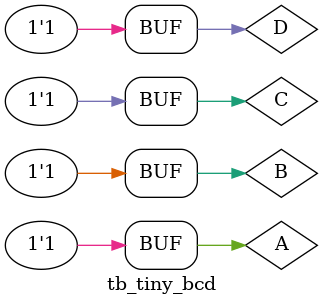
<source format=v>
module tb_tiny_bcd;

	wire Qa, Qb, Qc, Qd, Qe, Qf, Qg;
	reg A, B, C, D;

	tiny_bcd bcd(A, B, C, D, Qa, Qb, Qc, Qd, Qe, Qf, Qg);

	initial begin
		A = 0; B = 0; C = 0; D = 0; #100;
		if ((Qa == 1) && (Qb == 1) && (Qc == 1) && (Qd == 1) && (Qe == 1) && (Qf == 1) && (Qg == 0)) $display("PASS 0"); else $display("FAIL 0");
		A = 1; B = 0; C = 0; D = 0; #100;
		if ((Qa == 0) && (Qb == 1) && (Qc == 1) && (Qd == 0) && (Qe == 0) && (Qf == 0) && (Qg == 0)) $display("PASS 1"); else $display("FAIL 1");
		A = 0; B = 1; C = 0; D = 0; #100;
		if ((Qa == 1) && (Qb == 1) && (Qc == 0) && (Qd == 1) && (Qe == 1) && (Qf == 0) && (Qg == 1)) $display("PASS 2"); else $display("FAIL 2");
		A = 1; B = 1; C = 0; D = 0; #100;
		if ((Qa == 1) && (Qb == 1) && (Qc == 1) && (Qd == 1) && (Qe == 0) && (Qf == 0) && (Qg == 1)) $display("PASS 3"); else $display("FAIL 3");
		A = 0; B = 0; C = 1; D = 0; #100;
		if ((Qa == 0) && (Qb == 1) && (Qc == 1) && (Qd == 0) && (Qe == 0) && (Qf == 1) && (Qg == 1)) $display("PASS 4"); else $display("FAIL 4");
		A = 1; B = 0; C = 1; D = 0; #100;
		if ((Qa == 1) && (Qb == 0) && (Qc == 1) && (Qd == 1) && (Qe == 0) && (Qf == 1) && (Qg == 1)) $display("PASS 5"); else $display("FAIL 5");
		A = 0; B = 1; C = 1; D = 0; #100;
		if ((Qa == 1) && (Qb == 0) && (Qc == 1) && (Qd == 1) && (Qe == 1) && (Qf == 1) && (Qg == 1)) $display("PASS 6"); else $display("FAIL 6");
		A = 1; B = 1; C = 1; D = 0; #100;
		if ((Qa == 1) && (Qb == 1) && (Qc == 1) && (Qd == 0) && (Qe == 0) && (Qf == 1) && (Qg == 0)) $display("PASS 7"); else $display("FAIL 7");
		A = 0; B = 0; C = 0; D = 1; #100;
		if ((Qa == 1) && (Qb == 1) && (Qc == 1) && (Qd == 1) && (Qe == 1) && (Qf == 1) && (Qg == 1)) $display("PASS 8"); else $display("FAIL 8");
		A = 1; B = 0; C = 0; D = 1; #100;
		if ((Qa == 1) && (Qb == 1) && (Qc == 1) && (Qd == 1) && (Qe == 0) && (Qf == 1) && (Qg == 1)) $display("PASS 9"); else $display("FAIL 9");
		A = 0; B = 1; C = 0; D = 1; #100;
		if ((Qa == 1) && (Qb == 1) && (Qc == 1) && (Qd == 0) && (Qe == 1) && (Qf == 1) && (Qg == 1)) $display("PASS A"); else $display("FAIL A");
		A = 1; B = 1; C = 0; D = 1; #100;
		if ((Qa == 0) && (Qb == 0) && (Qc == 1) && (Qd == 1) && (Qe == 1) && (Qf == 1) && (Qg == 1)) $display("PASS B"); else $display("FAIL B");
		A = 0; B = 0; C = 1; D = 1; #100;
		if ((Qa == 1) && (Qb == 0) && (Qc == 0) && (Qd == 1) && (Qe == 1) && (Qf == 1) && (Qg == 0)) $display("PASS C"); else $display("FAIL C");
		A = 1; B = 0; C = 1; D = 1; #100;
		if ((Qa == 0) && (Qb == 1) && (Qc == 1) && (Qd == 1) && (Qe == 1) && (Qf == 0) && (Qg == 1)) $display("PASS D"); else $display("FAIL D");
		A = 0; B = 1; C = 1; D = 1; #100;
		if ((Qa == 1) && (Qb == 0) && (Qc == 0) && (Qd == 1) && (Qe == 1) && (Qf == 1) && (Qg == 1)) $display("PASS E"); else $display("FAIL E");
		A = 1; B = 1; C = 1; D = 1; #100;
		if ((Qa == 1) && (Qb == 0) && (Qc == 0) && (Qd == 0) && (Qe == 1) && (Qf == 1) && (Qg == 1)) $display("PASS F"); else $display("FAIL F");
	end

	initial begin
		$dumpfile("dump.vcd");
		$dumpvars;
	end

endmodule

</source>
